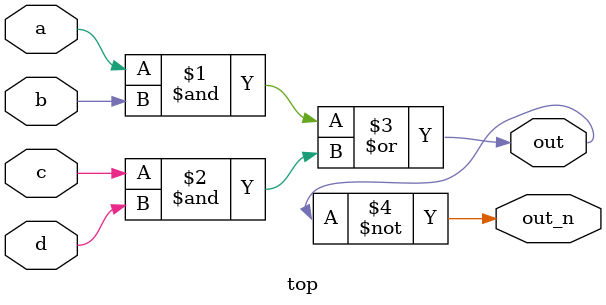
<source format=sv>
module top ( input wire a , 
             input wire b, 
             input wire c, 
             input wire d, 
             output wire out,
             output wire out_n
);

  assign out = ( a & b ) | ( c & d);
  assign out_n = ~out;

endmodule

</source>
